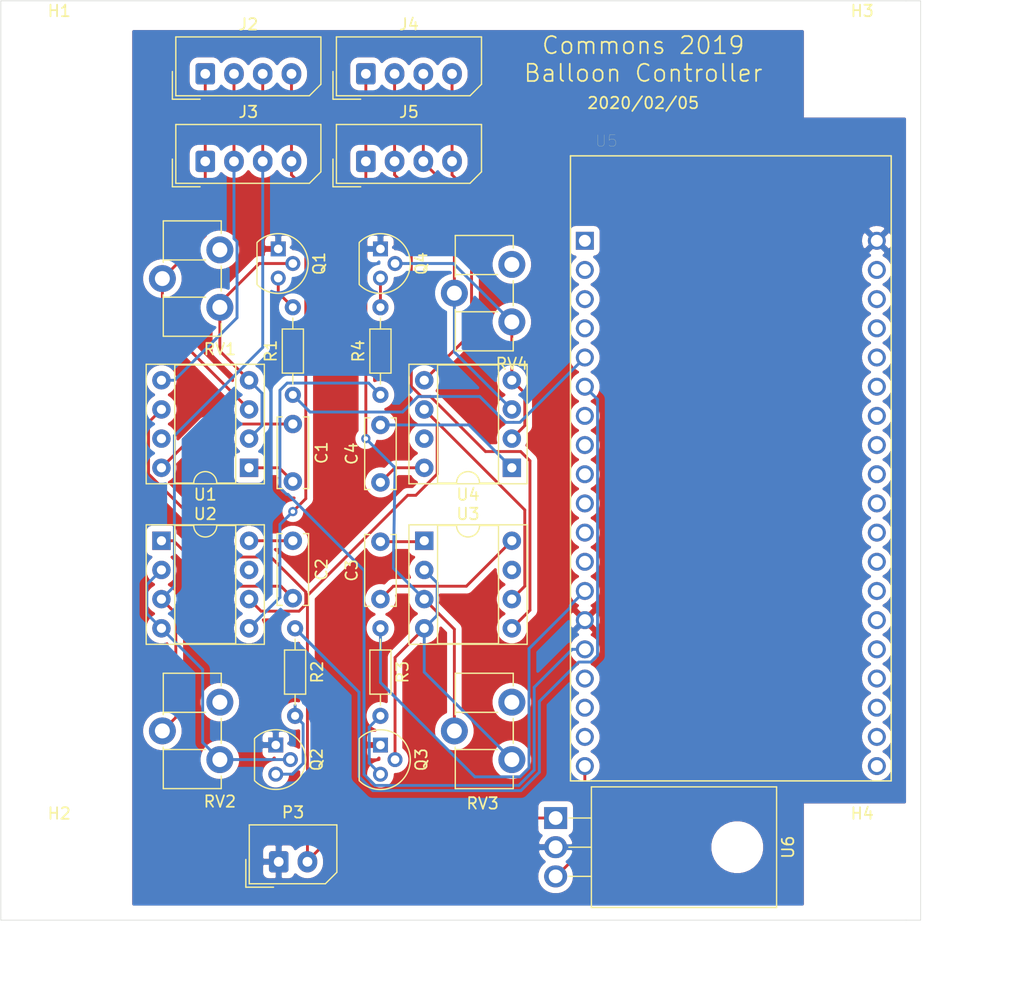
<source format=kicad_pcb>
(kicad_pcb (version 20171130) (host pcbnew "(5.1.5-0-10_14)")
  (layers (0 F.Cu signal) (31 B.Cu signal) (34 B.Paste user) (35 F.Paste user) (36 B.SilkS user) (37 F.SilkS user) (38 B.Mask user) (39 F.Mask user) (44 Edge.Cuts user))
  (net 0 "")
  (net 1 "Net-(C1-Pad2)")
  (net 2 "Net-(C1-Pad1)")
  (net 3 GND)
  (net 4 "Net-(Q1-Pad3)")
  (net 5 "Net-(Q1-Pad2)")
  (net 6 "Net-(P3-Pad2)")
  (net 7 "Net-(C2-Pad2)")
  (net 8 "Net-(C2-Pad1)")
  (net 9 "Net-(C3-Pad2)")
  (net 10 "Net-(C3-Pad1)")
  (net 11 "Net-(C4-Pad2)")
  (net 12 "Net-(C4-Pad1)")
  (net 13 "Net-(Q2-Pad3)")
  (net 14 "Net-(Q2-Pad2)")
  (net 15 "Net-(Q3-Pad3)")
  (net 16 "Net-(Q3-Pad2)")
  (net 17 "Net-(Q4-Pad3)")
  (net 18 "Net-(Q4-Pad2)")
  (net 19 BALOON_2-)
  (net 20 BALOON_2+)
  (net 21 BALOON_1-)
  (net 22 BALOON_1+)
  (net 23 BALOON_4-)
  (net 24 BALOON_4+)
  (net 25 BALOON_3-)
  (net 26 BALOON_3+)
  (net 27 ESP32_COM1)
  (net 28 ESP32_COM2)
  (net 29 ESP32_COM3)
  (net 30 ESP32_COM4)
  (net 31 "Net-(RV1-Pad3)")
  (net 32 "Net-(RV2-Pad3)")
  (net 33 "Net-(RV3-Pad3)")
  (net 34 "Net-(RV4-Pad3)")
  (net 35 "Net-(U1-Pad7)")
  (net 36 "Net-(U2-Pad7)")
  (net 37 "Net-(U3-Pad7)")
  (net 38 "Net-(U4-Pad7)")
  (net 39 "Net-(U5-Pad38)")
  (net 40 "Net-(U5-Pad37)")
  (net 41 "Net-(U5-Pad36)")
  (net 42 "Net-(U5-Pad35)")
  (net 43 "Net-(U5-Pad34)")
  (net 44 "Net-(U5-Pad33)")
  (net 45 "Net-(U5-Pad32)")
  (net 46 "Net-(U5-Pad31)")
  (net 47 "Net-(U5-Pad30)")
  (net 48 "Net-(U5-Pad29)")
  (net 49 "Net-(U5-Pad28)")
  (net 50 "Net-(U5-Pad27)")
  (net 51 "Net-(U5-Pad26)")
  (net 52 "Net-(U5-Pad25)")
  (net 53 "Net-(U5-Pad24)")
  (net 54 "Net-(U5-Pad23)")
  (net 55 "Net-(U5-Pad22)")
  (net 56 "Net-(U5-Pad21)")
  (net 57 "Net-(U5-Pad18)")
  (net 58 "Net-(U5-Pad17)")
  (net 59 "Net-(U5-Pad16)")
  (net 60 "Net-(U5-Pad12)")
  (net 61 "Net-(U5-Pad11)")
  (net 62 "Net-(U5-Pad10)")
  (net 63 "Net-(U5-Pad9)")
  (net 64 "Net-(U5-Pad8)")
  (net 65 "Net-(U5-Pad7)")
  (net 66 "Net-(U5-Pad4)")
  (net 67 "Net-(U5-Pad3)")
  (net 68 "Net-(U5-Pad19)")
  (net 69 "Net-(U5-Pad2)")
  (net 70 "Net-(U5-Pad1)")
  (module Package_TO_SOT_THT:TO-220F-3_Horizontal_TabDown (layer F.Cu) (at 87.63 111.76 270)
    (fp_text reference U6 (at 2.54 -20.22 90) (layer F.SilkS))
    (fp_text value L7805)
    (pad 3 thru_hole oval (at 5.08 0 270) (size 1.905 2) (drill 1.2) (layers *.Cu *.Mask) (net 68 "Net-(U5-Pad19)"))
    (pad 2 thru_hole oval (at 2.54 0 270) (size 1.905 2) (drill 1.2) (layers *.Cu *.Mask) (net 3 GND))
    (pad 1 thru_hole rect (at 0 0 270) (size 1.905 2) (drill 1.2) (layers *.Cu *.Mask) (net 6 "Net-(P3-Pad2)"))
    (pad "" np_thru_hole oval (at 2.54 -15.8 270) (size 3.5 3.5) (drill 3.5) (layers *.Cu *.Mask))
  )
  (module lib:MODULE_ESP32-DEVKITC-32D (layer F.Cu) (at 102.87 81.28)
    (fp_text reference U5 (at -10.829175 -28.446045) (layer F.SilkS) (effects (font (size 1.000386 1.000386) (thickness 0.015))))
    (fp_text value ESP32-DEVKITC-32D)
    (pad 38 thru_hole circle (at 12.7 25.96) (size 1.56 1.56) (drill 1.04) (layers *.Cu *.Mask) (net 39 "Net-(U5-Pad38)"))
    (pad 37 thru_hole circle (at 12.7 23.42) (size 1.56 1.56) (drill 1.04) (layers *.Cu *.Mask) (net 40 "Net-(U5-Pad37)"))
    (pad 36 thru_hole circle (at 12.7 20.88) (size 1.56 1.56) (drill 1.04) (layers *.Cu *.Mask) (net 41 "Net-(U5-Pad36)"))
    (pad 35 thru_hole circle (at 12.7 18.34) (size 1.56 1.56) (drill 1.04) (layers *.Cu *.Mask) (net 42 "Net-(U5-Pad35)"))
    (pad 34 thru_hole circle (at 12.7 15.8) (size 1.56 1.56) (drill 1.04) (layers *.Cu *.Mask) (net 43 "Net-(U5-Pad34)"))
    (pad 33 thru_hole circle (at 12.7 13.26) (size 1.56 1.56) (drill 1.04) (layers *.Cu *.Mask) (net 44 "Net-(U5-Pad33)"))
    (pad 32 thru_hole circle (at 12.7 10.72) (size 1.56 1.56) (drill 1.04) (layers *.Cu *.Mask) (net 45 "Net-(U5-Pad32)"))
    (pad 31 thru_hole circle (at 12.7 8.18) (size 1.56 1.56) (drill 1.04) (layers *.Cu *.Mask) (net 46 "Net-(U5-Pad31)"))
    (pad 30 thru_hole circle (at 12.7 5.64) (size 1.56 1.56) (drill 1.04) (layers *.Cu *.Mask) (net 47 "Net-(U5-Pad30)"))
    (pad 29 thru_hole circle (at 12.7 3.1) (size 1.56 1.56) (drill 1.04) (layers *.Cu *.Mask) (net 48 "Net-(U5-Pad29)"))
    (pad 28 thru_hole circle (at 12.7 0.56) (size 1.56 1.56) (drill 1.04) (layers *.Cu *.Mask) (net 49 "Net-(U5-Pad28)"))
    (pad 27 thru_hole circle (at 12.7 -1.98) (size 1.56 1.56) (drill 1.04) (layers *.Cu *.Mask) (net 50 "Net-(U5-Pad27)"))
    (pad 26 thru_hole circle (at 12.7 -4.52) (size 1.56 1.56) (drill 1.04) (layers *.Cu *.Mask) (net 51 "Net-(U5-Pad26)"))
    (pad 25 thru_hole circle (at 12.7 -7.06) (size 1.56 1.56) (drill 1.04) (layers *.Cu *.Mask) (net 52 "Net-(U5-Pad25)"))
    (pad 24 thru_hole circle (at 12.7 -9.6) (size 1.56 1.56) (drill 1.04) (layers *.Cu *.Mask) (net 53 "Net-(U5-Pad24)"))
    (pad 23 thru_hole circle (at 12.7 -12.14) (size 1.56 1.56) (drill 1.04) (layers *.Cu *.Mask) (net 54 "Net-(U5-Pad23)"))
    (pad 22 thru_hole circle (at 12.7 -14.68) (size 1.56 1.56) (drill 1.04) (layers *.Cu *.Mask) (net 55 "Net-(U5-Pad22)"))
    (pad 21 thru_hole circle (at 12.7 -17.22) (size 1.56 1.56) (drill 1.04) (layers *.Cu *.Mask) (net 56 "Net-(U5-Pad21)"))
    (pad 20 thru_hole circle (at 12.7 -19.76) (size 1.56 1.56) (drill 1.04) (layers *.Cu *.Mask) (net 3 GND))
    (pad 18 thru_hole circle (at -12.7 23.42) (size 1.56 1.56) (drill 1.04) (layers *.Cu *.Mask) (net 57 "Net-(U5-Pad18)"))
    (pad 17 thru_hole circle (at -12.7 20.88) (size 1.56 1.56) (drill 1.04) (layers *.Cu *.Mask) (net 58 "Net-(U5-Pad17)"))
    (pad 16 thru_hole circle (at -12.7 18.34) (size 1.56 1.56) (drill 1.04) (layers *.Cu *.Mask) (net 59 "Net-(U5-Pad16)"))
    (pad 15 thru_hole circle (at -12.7 15.8) (size 1.56 1.56) (drill 1.04) (layers *.Cu *.Mask) (net 30 ESP32_COM4))
    (pad 14 thru_hole circle (at -12.7 13.26) (size 1.56 1.56) (drill 1.04) (layers *.Cu *.Mask) (net 3 GND))
    (pad 13 thru_hole circle (at -12.7 10.72) (size 1.56 1.56) (drill 1.04) (layers *.Cu *.Mask) (net 29 ESP32_COM3))
    (pad 12 thru_hole circle (at -12.7 8.18) (size 1.56 1.56) (drill 1.04) (layers *.Cu *.Mask) (net 60 "Net-(U5-Pad12)"))
    (pad 11 thru_hole circle (at -12.7 5.64) (size 1.56 1.56) (drill 1.04) (layers *.Cu *.Mask) (net 61 "Net-(U5-Pad11)"))
    (pad 10 thru_hole circle (at -12.7 3.1) (size 1.56 1.56) (drill 1.04) (layers *.Cu *.Mask) (net 62 "Net-(U5-Pad10)"))
    (pad 9 thru_hole circle (at -12.7 0.56) (size 1.56 1.56) (drill 1.04) (layers *.Cu *.Mask) (net 63 "Net-(U5-Pad9)"))
    (pad 8 thru_hole circle (at -12.7 -1.98) (size 1.56 1.56) (drill 1.04) (layers *.Cu *.Mask) (net 64 "Net-(U5-Pad8)"))
    (pad 7 thru_hole circle (at -12.7 -4.52) (size 1.56 1.56) (drill 1.04) (layers *.Cu *.Mask) (net 65 "Net-(U5-Pad7)"))
    (pad 6 thru_hole circle (at -12.7 -7.06) (size 1.56 1.56) (drill 1.04) (layers *.Cu *.Mask) (net 28 ESP32_COM2))
    (pad 5 thru_hole circle (at -12.7 -9.6) (size 1.56 1.56) (drill 1.04) (layers *.Cu *.Mask) (net 27 ESP32_COM1))
    (pad 4 thru_hole circle (at -12.7 -12.14) (size 1.56 1.56) (drill 1.04) (layers *.Cu *.Mask) (net 66 "Net-(U5-Pad4)"))
    (pad 3 thru_hole circle (at -12.7 -14.68) (size 1.56 1.56) (drill 1.04) (layers *.Cu *.Mask) (net 67 "Net-(U5-Pad3)"))
    (pad 19 thru_hole circle (at -12.7 25.96) (size 1.56 1.56) (drill 1.04) (layers *.Cu *.Mask) (net 68 "Net-(U5-Pad19)"))
    (pad 2 thru_hole circle (at -12.7 -17.22) (size 1.56 1.56) (drill 1.04) (layers *.Cu *.Mask) (net 69 "Net-(U5-Pad2)"))
    (pad 1 thru_hole rect (at -12.7 -19.76) (size 1.56 1.56) (drill 1.04) (layers *.Cu *.Mask) (net 70 "Net-(U5-Pad1)"))
  )
  (module Resistor_THT:R_Axial_DIN0204_L3.6mm_D1.6mm_P7.62mm_Horizontal (layer F.Cu) (at 72.39 74.93 90)
    (fp_text reference R4 (at 3.81 -1.92 90) (layer F.SilkS))
    (fp_text value 600)
    (pad 2 thru_hole oval (at 7.62 0 90) (size 1.4 1.4) (drill 0.7) (layers *.Cu *.Mask) (net 17 "Net-(Q4-Pad3)"))
    (pad 1 thru_hole circle (at 0 0 90) (size 1.4 1.4) (drill 0.7) (layers *.Cu *.Mask) (net 30 ESP32_COM4))
  )
  (module MountingHole:MountingHole_3.2mm_M3 (layer F.Cu) (at 114.3 45.72)
    (fp_text reference H3 (at 0 -4.2) (layer F.SilkS))
    (fp_text value MountingHole)
    (pad 1 np_thru_hole circle (at 0 0) (size 3.2 3.2) (drill 3.2) (layers *.Cu *.Mask))
  )
  (module MountingHole:MountingHole_3.2mm_M3 (layer F.Cu) (at 44.45 45.72)
    (fp_text reference H1 (at 0 -4.2) (layer F.SilkS))
    (fp_text value MountingHole)
    (pad 1 np_thru_hole circle (at 0 0) (size 3.2 3.2) (drill 3.2) (layers *.Cu *.Mask))
  )
  (module MountingHole:MountingHole_3.2mm_M3 (layer F.Cu) (at 44.45 115.57)
    (fp_text reference H2 (at 0 -4.2) (layer F.SilkS))
    (fp_text value MountingHole)
    (pad 1 np_thru_hole circle (at 0 0) (size 3.2 3.2) (drill 3.2) (layers *.Cu *.Mask))
  )
  (module MountingHole:MountingHole_3.2mm_M3 (layer F.Cu) (at 114.3 115.57)
    (fp_text reference H4 (at 0 -4.2) (layer F.SilkS))
    (fp_text value MountingHole)
    (pad 1 np_thru_hole circle (at 0 0) (size 3.2 3.2) (drill 3.2) (layers *.Cu *.Mask))
  )
  (module Connector_Molex:Molex_SPOX_5267-04A_1x04_P2.50mm_Vertical (layer F.Cu) (at 71.12 46.99)
    (fp_text reference J4 (at 3.75 -4.3) (layer F.SilkS))
    (fp_text value Conn_01x04)
    (pad 4 thru_hole oval (at 7.5 0) (size 1.7 1.85) (drill 0.85) (layers *.Cu *.Mask) (net 23 BALOON_4-))
    (pad 3 thru_hole oval (at 5 0) (size 1.7 1.85) (drill 0.85) (layers *.Cu *.Mask) (net 24 BALOON_4+))
    (pad 2 thru_hole oval (at 2.5 0) (size 1.7 1.85) (drill 0.85) (layers *.Cu *.Mask) (net 25 BALOON_3-))
    (pad 1 thru_hole roundrect (at 0 0) (size 1.7 1.85) (drill 0.85) (layers *.Cu *.Mask) (roundrect_rratio 0.147059) (net 26 BALOON_3+))
  )
  (module Connector_Molex:Molex_SPOX_5267-04A_1x04_P2.50mm_Vertical (layer F.Cu) (at 71.12 54.61)
    (fp_text reference J5 (at 3.75 -4.3) (layer F.SilkS))
    (fp_text value Conn_01x04)
    (pad 4 thru_hole oval (at 7.5 0) (size 1.7 1.85) (drill 0.85) (layers *.Cu *.Mask) (net 23 BALOON_4-))
    (pad 3 thru_hole oval (at 5 0) (size 1.7 1.85) (drill 0.85) (layers *.Cu *.Mask) (net 24 BALOON_4+))
    (pad 2 thru_hole oval (at 2.5 0) (size 1.7 1.85) (drill 0.85) (layers *.Cu *.Mask) (net 25 BALOON_3-))
    (pad 1 thru_hole roundrect (at 0 0) (size 1.7 1.85) (drill 0.85) (layers *.Cu *.Mask) (roundrect_rratio 0.147059) (net 26 BALOON_3+))
  )
  (module Connector_Molex:Molex_SPOX_5267-04A_1x04_P2.50mm_Vertical (layer F.Cu) (at 57.15 46.99)
    (fp_text reference J2 (at 3.75 -4.3) (layer F.SilkS))
    (fp_text value Conn_01x04)
    (pad 4 thru_hole oval (at 7.5 0) (size 1.7 1.85) (drill 0.85) (layers *.Cu *.Mask) (net 19 BALOON_2-))
    (pad 3 thru_hole oval (at 5 0) (size 1.7 1.85) (drill 0.85) (layers *.Cu *.Mask) (net 20 BALOON_2+))
    (pad 2 thru_hole oval (at 2.5 0) (size 1.7 1.85) (drill 0.85) (layers *.Cu *.Mask) (net 21 BALOON_1-))
    (pad 1 thru_hole roundrect (at 0 0) (size 1.7 1.85) (drill 0.85) (layers *.Cu *.Mask) (roundrect_rratio 0.147059) (net 22 BALOON_1+))
  )
  (module Connector_Molex:Molex_SPOX_5267-04A_1x04_P2.50mm_Vertical (layer F.Cu) (at 57.15 54.61)
    (fp_text reference J3 (at 3.75 -4.3) (layer F.SilkS))
    (fp_text value Conn_01x04)
    (pad 4 thru_hole oval (at 7.5 0) (size 1.7 1.85) (drill 0.85) (layers *.Cu *.Mask) (net 19 BALOON_2-))
    (pad 3 thru_hole oval (at 5 0) (size 1.7 1.85) (drill 0.85) (layers *.Cu *.Mask) (net 20 BALOON_2+))
    (pad 2 thru_hole oval (at 2.5 0) (size 1.7 1.85) (drill 0.85) (layers *.Cu *.Mask) (net 21 BALOON_1-))
    (pad 1 thru_hole roundrect (at 0 0) (size 1.7 1.85) (drill 0.85) (layers *.Cu *.Mask) (roundrect_rratio 0.147059) (net 22 BALOON_1+))
  )
  (module Potentiometer_THT:Potentiometer_ACP_CA9-H5_Horizontal (layer F.Cu) (at 58.42 67.31 180)
    (fp_text reference RV1 (at 0 -3.65) (layer F.SilkS))
    (fp_text value 100)
    (pad 1 thru_hole circle (at 0 0 180) (size 2.34 2.34) (drill 1.3) (layers *.Cu *.Mask) (net 5 "Net-(Q1-Pad2)"))
    (pad 2 thru_hole circle (at 5 2.5 180) (size 2.34 2.34) (drill 1.3) (layers *.Cu *.Mask) (net 22 BALOON_1+))
    (pad 3 thru_hole circle (at 0 5 180) (size 2.34 2.34) (drill 1.3) (layers *.Cu *.Mask) (net 31 "Net-(RV1-Pad3)"))
  )
  (module Package_TO_SOT_THT:TO-92 (layer F.Cu) (at 72.39 62.23 270)
    (fp_text reference Q4 (at 1.27 -3.56 90) (layer F.SilkS))
    (fp_text value 2SC1815)
    (pad 1 thru_hole rect (at 0 0) (size 1.3 1.3) (drill 0.75) (layers *.Cu *.Mask) (net 3 GND))
    (pad 3 thru_hole circle (at 2.54 0) (size 1.3 1.3) (drill 0.75) (layers *.Cu *.Mask) (net 17 "Net-(Q4-Pad3)"))
    (pad 2 thru_hole circle (at 1.27 -1.27) (size 1.3 1.3) (drill 0.75) (layers *.Cu *.Mask) (net 18 "Net-(Q4-Pad2)"))
  )
  (module Capacitor_THT:C_Disc_D6.0mm_W2.5mm_P5.00mm (layer F.Cu) (at 72.39 82.55 90)
    (fp_text reference C4 (at 2.5 -2.5 90) (layer F.SilkS))
    (fp_text value 0.1u)
    (pad 2 thru_hole circle (at 5 0 90) (size 1.6 1.6) (drill 0.8) (layers *.Cu *.Mask) (net 11 "Net-(C4-Pad2)"))
    (pad 1 thru_hole circle (at 0 0 90) (size 1.6 1.6) (drill 0.8) (layers *.Cu *.Mask) (net 12 "Net-(C4-Pad1)"))
  )
  (module Capacitor_THT:C_Disc_D6.0mm_W2.5mm_P5.00mm (layer F.Cu) (at 64.77 87.63 270)
    (fp_text reference C2 (at 2.5 -2.5 90) (layer F.SilkS))
    (fp_text value 0.1u)
    (pad 2 thru_hole circle (at 5 0 270) (size 1.6 1.6) (drill 0.8) (layers *.Cu *.Mask) (net 7 "Net-(C2-Pad2)"))
    (pad 1 thru_hole circle (at 0 0 270) (size 1.6 1.6) (drill 0.8) (layers *.Cu *.Mask) (net 8 "Net-(C2-Pad1)"))
  )
  (module Package_DIP:DIP-8_W7.62mm_Socket (layer F.Cu) (at 76.2 87.63)
    (fp_text reference U3 (at 3.81 -2.33) (layer F.SilkS))
    (fp_text value LM386)
    (pad 8 thru_hole oval (at 7.62 0) (size 1.6 1.6) (drill 0.8) (layers *.Cu *.Mask) (net 10 "Net-(C3-Pad1)"))
    (pad 4 thru_hole oval (at 0 7.62) (size 1.6 1.6) (drill 0.8) (layers *.Cu *.Mask) (net 16 "Net-(Q3-Pad2)"))
    (pad 7 thru_hole oval (at 7.62 2.54) (size 1.6 1.6) (drill 0.8) (layers *.Cu *.Mask) (net 37 "Net-(U3-Pad7)"))
    (pad 3 thru_hole oval (at 0 5.08) (size 1.6 1.6) (drill 0.8) (layers *.Cu *.Mask) (net 26 BALOON_3+))
    (pad 6 thru_hole oval (at 7.62 5.08) (size 1.6 1.6) (drill 0.8) (layers *.Cu *.Mask) (net 6 "Net-(P3-Pad2)"))
    (pad 2 thru_hole oval (at 0 2.54) (size 1.6 1.6) (drill 0.8) (layers *.Cu *.Mask) (net 16 "Net-(Q3-Pad2)"))
    (pad 5 thru_hole oval (at 7.62 7.62) (size 1.6 1.6) (drill 0.8) (layers *.Cu *.Mask) (net 25 BALOON_3-))
    (pad 1 thru_hole rect (at 0 0) (size 1.6 1.6) (drill 0.8) (layers *.Cu *.Mask) (net 9 "Net-(C3-Pad2)"))
  )
  (module Potentiometer_THT:Potentiometer_ACP_CA9-H5_Horizontal (layer F.Cu) (at 83.82 106.68 180)
    (fp_text reference RV3 (at 2.54 -3.81) (layer F.SilkS))
    (fp_text value 100)
    (pad 1 thru_hole circle (at 0 0 180) (size 2.34 2.34) (drill 1.3) (layers *.Cu *.Mask) (net 16 "Net-(Q3-Pad2)"))
    (pad 2 thru_hole circle (at 5 2.5 180) (size 2.34 2.34) (drill 1.3) (layers *.Cu *.Mask) (net 26 BALOON_3+))
    (pad 3 thru_hole circle (at 0 5 180) (size 2.34 2.34) (drill 1.3) (layers *.Cu *.Mask) (net 33 "Net-(RV3-Pad3)"))
  )
  (module Resistor_THT:R_Axial_DIN0204_L3.6mm_D1.6mm_P7.62mm_Horizontal (layer F.Cu) (at 72.39 95.25 270)
    (fp_text reference R3 (at 3.81 -1.92 90) (layer F.SilkS))
    (fp_text value 600)
    (pad 2 thru_hole oval (at 7.62 0 270) (size 1.4 1.4) (drill 0.7) (layers *.Cu *.Mask) (net 15 "Net-(Q3-Pad3)"))
    (pad 1 thru_hole circle (at 0 0 270) (size 1.4 1.4) (drill 0.7) (layers *.Cu *.Mask) (net 29 ESP32_COM3))
  )
  (module Package_TO_SOT_THT:TO-92 (layer F.Cu) (at 72.39 105.41 270)
    (fp_text reference Q3 (at 1.27 -3.56 90) (layer F.SilkS))
    (fp_text value 2SC1815)
    (pad 1 thru_hole rect (at 0 0) (size 1.3 1.3) (drill 0.75) (layers *.Cu *.Mask) (net 3 GND))
    (pad 3 thru_hole circle (at 2.54 0) (size 1.3 1.3) (drill 0.75) (layers *.Cu *.Mask) (net 15 "Net-(Q3-Pad3)"))
    (pad 2 thru_hole circle (at 1.27 -1.27) (size 1.3 1.3) (drill 0.75) (layers *.Cu *.Mask) (net 16 "Net-(Q3-Pad2)"))
  )
  (module Capacitor_THT:C_Disc_D6.0mm_W2.5mm_P5.00mm (layer F.Cu) (at 72.39 92.71 90)
    (fp_text reference C3 (at 2.5 -2.5 90) (layer F.SilkS))
    (fp_text value 0.1u)
    (pad 2 thru_hole circle (at 5 0 90) (size 1.6 1.6) (drill 0.8) (layers *.Cu *.Mask) (net 9 "Net-(C3-Pad2)"))
    (pad 1 thru_hole circle (at 0 0 90) (size 1.6 1.6) (drill 0.8) (layers *.Cu *.Mask) (net 10 "Net-(C3-Pad1)"))
  )
  (module Connector_Molex:Molex_SPOX_5267-02A_1x02_P2.50mm_Vertical (layer F.Cu) (at 63.54 115.57)
    (fp_text reference P3 (at 1.25 -4.3) (layer F.SilkS))
    (fp_text value CONN_01X02)
    (pad 2 thru_hole oval (at 2.5 0) (size 1.7 1.85) (drill 0.85) (layers *.Cu *.Mask) (net 6 "Net-(P3-Pad2)"))
    (pad 1 thru_hole roundrect (at 0 0) (size 1.7 1.85) (drill 0.85) (layers *.Cu *.Mask) (roundrect_rratio 0.147059) (net 3 GND))
  )
  (module Package_DIP:DIP-8_W7.62mm_Socket (layer F.Cu) (at 60.96 81.28 180)
    (fp_text reference U1 (at 3.81 -2.33) (layer F.SilkS))
    (fp_text value LM386)
    (pad 8 thru_hole oval (at 7.62 0 180) (size 1.6 1.6) (drill 0.8) (layers *.Cu *.Mask) (net 2 "Net-(C1-Pad1)"))
    (pad 4 thru_hole oval (at 0 7.62 180) (size 1.6 1.6) (drill 0.8) (layers *.Cu *.Mask) (net 5 "Net-(Q1-Pad2)"))
    (pad 7 thru_hole oval (at 7.62 2.54 180) (size 1.6 1.6) (drill 0.8) (layers *.Cu *.Mask) (net 35 "Net-(U1-Pad7)"))
    (pad 3 thru_hole oval (at 0 5.08 180) (size 1.6 1.6) (drill 0.8) (layers *.Cu *.Mask) (net 22 BALOON_1+))
    (pad 6 thru_hole oval (at 7.62 5.08 180) (size 1.6 1.6) (drill 0.8) (layers *.Cu *.Mask) (net 6 "Net-(P3-Pad2)"))
    (pad 2 thru_hole oval (at 0 2.54 180) (size 1.6 1.6) (drill 0.8) (layers *.Cu *.Mask) (net 5 "Net-(Q1-Pad2)"))
    (pad 5 thru_hole oval (at 7.62 7.62 180) (size 1.6 1.6) (drill 0.8) (layers *.Cu *.Mask) (net 21 BALOON_1-))
    (pad 1 thru_hole rect (at 0 0 180) (size 1.6 1.6) (drill 0.8) (layers *.Cu *.Mask) (net 1 "Net-(C1-Pad2)"))
  )
  (module Resistor_THT:R_Axial_DIN0204_L3.6mm_D1.6mm_P7.62mm_Horizontal (layer F.Cu) (at 64.77 74.93 90)
    (fp_text reference R1 (at 3.81 -1.92 90) (layer F.SilkS))
    (fp_text value 600)
    (pad 2 thru_hole oval (at 7.62 0 90) (size 1.4 1.4) (drill 0.7) (layers *.Cu *.Mask) (net 4 "Net-(Q1-Pad3)"))
    (pad 1 thru_hole circle (at 0 0 90) (size 1.4 1.4) (drill 0.7) (layers *.Cu *.Mask) (net 27 ESP32_COM1))
  )
  (module Capacitor_THT:C_Disc_D6.0mm_W2.5mm_P5.00mm (layer F.Cu) (at 64.77 77.47 270)
    (fp_text reference C1 (at 2.5 -2.5 90) (layer F.SilkS))
    (fp_text value 0.1u)
    (pad 2 thru_hole circle (at 5 0 270) (size 1.6 1.6) (drill 0.8) (layers *.Cu *.Mask) (net 1 "Net-(C1-Pad2)"))
    (pad 1 thru_hole circle (at 0 0 270) (size 1.6 1.6) (drill 0.8) (layers *.Cu *.Mask) (net 2 "Net-(C1-Pad1)"))
  )
  (module Package_TO_SOT_THT:TO-92 (layer F.Cu) (at 63.5 62.23 270)
    (fp_text reference Q1 (at 1.27 -3.56 90) (layer F.SilkS))
    (fp_text value 2SC1815)
    (pad 1 thru_hole rect (at 0 0) (size 1.3 1.3) (drill 0.75) (layers *.Cu *.Mask) (net 3 GND))
    (pad 3 thru_hole circle (at 2.54 0) (size 1.3 1.3) (drill 0.75) (layers *.Cu *.Mask) (net 4 "Net-(Q1-Pad3)"))
    (pad 2 thru_hole circle (at 1.27 -1.27) (size 1.3 1.3) (drill 0.75) (layers *.Cu *.Mask) (net 5 "Net-(Q1-Pad2)"))
  )
  (module Package_DIP:DIP-8_W7.62mm_Socket (layer F.Cu) (at 83.82 81.28 180)
    (fp_text reference U4 (at 3.81 -2.33) (layer F.SilkS))
    (fp_text value LM386)
    (pad 8 thru_hole oval (at 7.62 0 180) (size 1.6 1.6) (drill 0.8) (layers *.Cu *.Mask) (net 12 "Net-(C4-Pad1)"))
    (pad 4 thru_hole oval (at 0 7.62 180) (size 1.6 1.6) (drill 0.8) (layers *.Cu *.Mask) (net 18 "Net-(Q4-Pad2)"))
    (pad 7 thru_hole oval (at 7.62 2.54 180) (size 1.6 1.6) (drill 0.8) (layers *.Cu *.Mask) (net 38 "Net-(U4-Pad7)"))
    (pad 3 thru_hole oval (at 0 5.08 180) (size 1.6 1.6) (drill 0.8) (layers *.Cu *.Mask) (net 24 BALOON_4+))
    (pad 6 thru_hole oval (at 7.62 5.08 180) (size 1.6 1.6) (drill 0.8) (layers *.Cu *.Mask) (net 6 "Net-(P3-Pad2)"))
    (pad 2 thru_hole oval (at 0 2.54 180) (size 1.6 1.6) (drill 0.8) (layers *.Cu *.Mask) (net 18 "Net-(Q4-Pad2)"))
    (pad 5 thru_hole oval (at 7.62 7.62 180) (size 1.6 1.6) (drill 0.8) (layers *.Cu *.Mask) (net 23 BALOON_4-))
    (pad 1 thru_hole rect (at 0 0 180) (size 1.6 1.6) (drill 0.8) (layers *.Cu *.Mask) (net 11 "Net-(C4-Pad2)"))
  )
  (module Package_DIP:DIP-8_W7.62mm_Socket (layer F.Cu) (at 53.34 87.63)
    (fp_text reference U2 (at 3.81 -2.33) (layer F.SilkS))
    (fp_text value LM386)
    (pad 8 thru_hole oval (at 7.62 0) (size 1.6 1.6) (drill 0.8) (layers *.Cu *.Mask) (net 8 "Net-(C2-Pad1)"))
    (pad 4 thru_hole oval (at 0 7.62) (size 1.6 1.6) (drill 0.8) (layers *.Cu *.Mask) (net 14 "Net-(Q2-Pad2)"))
    (pad 7 thru_hole oval (at 7.62 2.54) (size 1.6 1.6) (drill 0.8) (layers *.Cu *.Mask) (net 36 "Net-(U2-Pad7)"))
    (pad 3 thru_hole oval (at 0 5.08) (size 1.6 1.6) (drill 0.8) (layers *.Cu *.Mask) (net 20 BALOON_2+))
    (pad 6 thru_hole oval (at 7.62 5.08) (size 1.6 1.6) (drill 0.8) (layers *.Cu *.Mask) (net 6 "Net-(P3-Pad2)"))
    (pad 2 thru_hole oval (at 0 2.54) (size 1.6 1.6) (drill 0.8) (layers *.Cu *.Mask) (net 14 "Net-(Q2-Pad2)"))
    (pad 5 thru_hole oval (at 7.62 7.62) (size 1.6 1.6) (drill 0.8) (layers *.Cu *.Mask) (net 19 BALOON_2-))
    (pad 1 thru_hole rect (at 0 0) (size 1.6 1.6) (drill 0.8) (layers *.Cu *.Mask) (net 7 "Net-(C2-Pad2)"))
  )
  (module Potentiometer_THT:Potentiometer_ACP_CA9-H5_Horizontal (layer F.Cu) (at 83.82 68.58 180)
    (fp_text reference RV4 (at 0 -3.65) (layer F.SilkS))
    (fp_text value 100)
    (pad 1 thru_hole circle (at 0 0 180) (size 2.34 2.34) (drill 1.3) (layers *.Cu *.Mask) (net 18 "Net-(Q4-Pad2)"))
    (pad 2 thru_hole circle (at 5 2.5 180) (size 2.34 2.34) (drill 1.3) (layers *.Cu *.Mask) (net 24 BALOON_4+))
    (pad 3 thru_hole circle (at 0 5 180) (size 2.34 2.34) (drill 1.3) (layers *.Cu *.Mask) (net 34 "Net-(RV4-Pad3)"))
  )
  (module Potentiometer_THT:Potentiometer_ACP_CA9-H5_Horizontal (layer F.Cu) (at 58.42 106.68 180)
    (fp_text reference RV2 (at 0 -3.65) (layer F.SilkS))
    (fp_text value 100)
    (pad 1 thru_hole circle (at 0 0 180) (size 2.34 2.34) (drill 1.3) (layers *.Cu *.Mask) (net 14 "Net-(Q2-Pad2)"))
    (pad 2 thru_hole circle (at 5 2.5 180) (size 2.34 2.34) (drill 1.3) (layers *.Cu *.Mask) (net 20 BALOON_2+))
    (pad 3 thru_hole circle (at 0 5 180) (size 2.34 2.34) (drill 1.3) (layers *.Cu *.Mask) (net 32 "Net-(RV2-Pad3)"))
  )
  (module Resistor_THT:R_Axial_DIN0204_L3.6mm_D1.6mm_P7.62mm_Horizontal (layer F.Cu) (at 64.964999 95.25 270)
    (fp_text reference R2 (at 3.81 -1.92 90) (layer F.SilkS))
    (fp_text value 600)
    (pad 2 thru_hole oval (at 7.62 0 270) (size 1.4 1.4) (drill 0.7) (layers *.Cu *.Mask) (net 13 "Net-(Q2-Pad3)"))
    (pad 1 thru_hole circle (at 0 0 270) (size 1.4 1.4) (drill 0.7) (layers *.Cu *.Mask) (net 28 ESP32_COM2))
  )
  (module Package_TO_SOT_THT:TO-92 (layer F.Cu) (at 63.284999 105.405001 270)
    (fp_text reference Q2 (at 1.27 -3.56 90) (layer F.SilkS))
    (fp_text value 2SC1815)
    (pad 1 thru_hole rect (at 0 0) (size 1.3 1.3) (drill 0.75) (layers *.Cu *.Mask) (net 3 GND))
    (pad 3 thru_hole circle (at 2.54 0) (size 1.3 1.3) (drill 0.75) (layers *.Cu *.Mask) (net 13 "Net-(Q2-Pad3)"))
    (pad 2 thru_hole circle (at 1.27 -1.27) (size 1.3 1.3) (drill 0.75) (layers *.Cu *.Mask) (net 14 "Net-(Q2-Pad2)"))
  )
  (gr_line (start 119.38 120.65) (end 118.11 120.65) (layer Edge.Cuts) (width 0.05))
  (gr_line (start 119.38 40.64) (end 119.38 120.65) (layer Edge.Cuts) (width 0.05))
  (gr_line (start 118.11 40.64) (end 119.38 40.64) (layer Edge.Cuts) (width 0.05))
  (gr_text 2020/02/05 (at 95.25 49.53) (layer F.SilkS) (effects (font (size 1 1))))
  (gr_text "Commons 2019\nBalloon Controller" (at 95.25 45.72) (layer F.SilkS) (effects (font (size 1.5 1.5))))
  (gr_line (start 118.11 40.64) (end 39.37 40.64) (layer Edge.Cuts) (width 0.05))
  (gr_line (start 39.37 120.65) (end 118.11 120.65) (layer Edge.Cuts) (width 0.05))
  (gr_line (start 39.37 40.64) (end 39.37 120.65) (layer Edge.Cuts) (width 0.05))
  (segment (start 60.96 81.28) (end 63.58 81.28) (width 0.25) (layer F.Cu) (net 1))
  (segment (start 63.58 81.28) (end 64.77 82.47) (width 0.25) (layer F.Cu) (net 1))
  (segment (start 61.04 81.28) (end 60.96 81.28) (width 0.25) (layer F.Cu) (net 1))
  (segment (start 64.77 77.47) (end 57.15 77.47) (width 0.25) (layer F.Cu) (net 2))
  (segment (start 57.15 77.47) (end 53.34 81.28) (width 0.25) (layer F.Cu) (net 2))
  (segment (start 72.385001 105.405001) (end 72.39 105.41) (width 0.25) (layer F.Cu) (net 3))
  (segment (start 63.5 64.77) (end 63.5 66.04) (width 0.25) (layer F.Cu) (net 4))
  (segment (start 63.5 66.04) (end 64.77 67.31) (width 0.25) (layer F.Cu) (net 4))
  (segment (start 60.96 78.74) (end 62.085001 77.614999) (width 0.25) (layer B.Cu) (net 5))
  (segment (start 62.085001 77.614999) (end 62.085001 74.785001) (width 0.25) (layer B.Cu) (net 5))
  (segment (start 62.085001 74.785001) (end 61.759999 74.459999) (width 0.25) (layer B.Cu) (net 5))
  (segment (start 61.759999 74.459999) (end 60.96 73.66) (width 0.25) (layer B.Cu) (net 5))
  (segment (start 58.42 68.58) (end 58.42 71.12) (width 0.25) (layer F.Cu) (net 5))
  (segment (start 58.42 71.12) (end 60.96 73.66) (width 0.25) (layer F.Cu) (net 5))
  (segment (start 64.77 63.5) (end 61.845371 63.5) (width 0.25) (layer F.Cu) (net 5))
  (segment (start 61.845371 63.5) (end 58.42 66.925371) (width 0.25) (layer F.Cu) (net 5))
  (segment (start 58.42 66.925371) (end 58.42 68.58) (width 0.25) (layer F.Cu) (net 5))
  (segment (start 84.945001 91.584999) (end 84.945001 84.945001) (width 0.25) (layer F.Cu) (net 6))
  (segment (start 76.999999 76.999999) (end 76.2 76.2) (width 0.25) (layer F.Cu) (net 6))
  (segment (start 83.82 92.71) (end 84.945001 91.584999) (width 0.25) (layer F.Cu) (net 6))
  (segment (start 84.945001 84.945001) (end 76.999999 76.999999) (width 0.25) (layer F.Cu) (net 6))
  (segment (start 61.759999 93.509999) (end 60.96 92.71) (width 0.25) (layer F.Cu) (net 6))
  (segment (start 65.895001 93.170001) (end 65.310001 93.755001) (width 0.25) (layer F.Cu) (net 6))
  (segment (start 65.895001 92.089999) (end 65.895001 93.170001) (width 0.25) (layer F.Cu) (net 6))
  (segment (start 62.005001 93.755001) (end 61.759999 93.509999) (width 0.25) (layer F.Cu) (net 6))
  (segment (start 62.850001 89.044999) (end 65.895001 92.089999) (width 0.25) (layer F.Cu) (net 6))
  (segment (start 52.214999 81.820001) (end 59.439997 89.044999) (width 0.25) (layer F.Cu) (net 6))
  (segment (start 65.310001 93.755001) (end 62.005001 93.755001) (width 0.25) (layer F.Cu) (net 6))
  (segment (start 52.214999 77.325001) (end 52.214999 81.820001) (width 0.25) (layer F.Cu) (net 6))
  (segment (start 59.439997 89.044999) (end 62.850001 89.044999) (width 0.25) (layer F.Cu) (net 6))
  (segment (start 53.34 76.2) (end 52.214999 77.325001) (width 0.25) (layer F.Cu) (net 6))
  (segment (start 74.759997 83.675001) (end 66.04 92.394998) (width 0.25) (layer F.Cu) (net 6))
  (segment (start 75.470001 83.675001) (end 74.759997 83.675001) (width 0.25) (layer F.Cu) (net 6))
  (segment (start 77.325001 81.820001) (end 75.470001 83.675001) (width 0.25) (layer F.Cu) (net 6))
  (segment (start 76.2 76.2) (end 77.325001 77.325001) (width 0.25) (layer F.Cu) (net 6))
  (segment (start 77.325001 77.325001) (end 77.325001 81.820001) (width 0.25) (layer F.Cu) (net 6))
  (segment (start 66.04 115.57) (end 66.04 92.394998) (width 0.25) (layer F.Cu) (net 6))
  (segment (start 65.895001 92.249999) (end 66.04 92.394998) (width 0.25) (layer F.Cu) (net 6))
  (segment (start 65.895001 92.089999) (end 65.895001 92.249999) (width 0.25) (layer F.Cu) (net 6))
  (segment (start 66.04 115.495) (end 66.04 115.57) (width 0.25) (layer F.Cu) (net 6))
  (segment (start 69.775 111.76) (end 66.04 115.495) (width 0.25) (layer F.Cu) (net 6))
  (segment (start 87.63 111.76) (end 69.775 111.76) (width 0.25) (layer F.Cu) (net 6))
  (segment (start 64.77 92.63) (end 63.724999 91.584999) (width 0.25) (layer F.Cu) (net 7))
  (segment (start 63.724999 91.584999) (end 58.344999 91.584999) (width 0.25) (layer F.Cu) (net 7))
  (segment (start 58.344999 91.584999) (end 54.39 87.63) (width 0.25) (layer F.Cu) (net 7))
  (segment (start 54.39 87.63) (end 53.34 87.63) (width 0.25) (layer F.Cu) (net 7))
  (segment (start 60.96 87.63) (end 64.77 87.63) (width 0.25) (layer F.Cu) (net 8))
  (segment (start 72.39 87.71) (end 76.12 87.71) (width 0.25) (layer F.Cu) (net 9))
  (segment (start 76.12 87.71) (end 76.2 87.63) (width 0.25) (layer F.Cu) (net 9))
  (segment (start 83.82 87.63) (end 79.865001 91.584999) (width 0.25) (layer F.Cu) (net 10))
  (segment (start 79.865001 91.584999) (end 73.515001 91.584999) (width 0.25) (layer F.Cu) (net 10))
  (segment (start 73.515001 91.584999) (end 73.189999 91.910001) (width 0.25) (layer F.Cu) (net 10))
  (segment (start 73.189999 91.910001) (end 72.39 92.71) (width 0.25) (layer F.Cu) (net 10))
  (segment (start 80.09 77.55) (end 83.82 81.28) (width 0.25) (layer B.Cu) (net 11))
  (segment (start 72.39 77.55) (end 80.09 77.55) (width 0.25) (layer B.Cu) (net 11))
  (segment (start 73.66 81.28) (end 72.39 82.55) (width 0.25) (layer F.Cu) (net 12))
  (segment (start 76.2 81.28) (end 73.66 81.28) (width 0.25) (layer F.Cu) (net 12))
  (segment (start 64.964999 102.87) (end 65.664998 103.569999) (width 0.25) (layer B.Cu) (net 13))
  (segment (start 65.664998 107.008004) (end 64.728001 107.945001) (width 0.25) (layer B.Cu) (net 13))
  (segment (start 64.204237 107.945001) (end 63.284999 107.945001) (width 0.25) (layer B.Cu) (net 13))
  (segment (start 65.664998 103.569999) (end 65.664998 107.008004) (width 0.25) (layer B.Cu) (net 13))
  (segment (start 64.728001 107.945001) (end 64.204237 107.945001) (width 0.25) (layer B.Cu) (net 13))
  (segment (start 64.964999 101.945001) (end 64.964999 102.93495) (width 0.25) (layer B.Cu) (net 13))
  (segment (start 65.53 107.143002) (end 64.728001 107.945001) (width 0.25) (layer B.Cu) (net 13))
  (segment (start 64.554999 106.675001) (end 58.495001 106.675001) (width 0.25) (layer B.Cu) (net 14))
  (segment (start 58.495001 106.675001) (end 58.42 106.6) (width 0.25) (layer B.Cu) (net 14))
  (segment (start 52.540001 94.450001) (end 53.34 95.25) (width 0.25) (layer B.Cu) (net 14))
  (segment (start 52.07 93.98) (end 52.540001 94.450001) (width 0.25) (layer B.Cu) (net 14))
  (segment (start 52.07 91.44) (end 52.07 93.98) (width 0.25) (layer B.Cu) (net 14))
  (segment (start 53.34 90.17) (end 52.07 91.44) (width 0.25) (layer B.Cu) (net 14))
  (segment (start 57.250001 105.510001) (end 58.42 106.68) (width 0.25) (layer B.Cu) (net 14))
  (segment (start 56.924999 105.184999) (end 57.250001 105.510001) (width 0.25) (layer B.Cu) (net 14))
  (segment (start 56.924999 98.834999) (end 56.924999 105.184999) (width 0.25) (layer B.Cu) (net 14))
  (segment (start 53.34 95.25) (end 56.924999 98.834999) (width 0.25) (layer B.Cu) (net 14))
  (segment (start 71.414999 103.845001) (end 71.690001 103.569999) (width 0.25) (layer B.Cu) (net 15))
  (segment (start 71.690001 103.569999) (end 72.39 102.87) (width 0.25) (layer B.Cu) (net 15))
  (segment (start 71.414999 106.974999) (end 71.414999 103.845001) (width 0.25) (layer B.Cu) (net 15))
  (segment (start 72.39 107.95) (end 71.414999 106.974999) (width 0.25) (layer B.Cu) (net 15))
  (segment (start 76.2 99.06) (end 83.82 106.68) (width 0.25) (layer B.Cu) (net 16))
  (segment (start 76.2 95.25) (end 76.2 99.06) (width 0.25) (layer B.Cu) (net 16))
  (segment (start 73.66 97.79) (end 76.2 95.25) (width 0.25) (layer F.Cu) (net 16))
  (segment (start 73.66 106.68) (end 73.66 97.79) (width 0.25) (layer F.Cu) (net 16))
  (segment (start 76.2 95.25) (end 77.325001 94.124999) (width 0.25) (layer B.Cu) (net 16))
  (segment (start 76.999999 90.969999) (end 76.2 90.17) (width 0.25) (layer B.Cu) (net 16))
  (segment (start 77.325001 94.124999) (end 77.325001 91.295001) (width 0.25) (layer B.Cu) (net 16))
  (segment (start 77.325001 91.295001) (end 76.999999 90.969999) (width 0.25) (layer B.Cu) (net 16))
  (segment (start 72.39 64.77) (end 72.39 67.31) (width 0.25) (layer F.Cu) (net 17))
  (segment (start 84.945001 77.614999) (end 84.945001 74.785001) (width 0.25) (layer F.Cu) (net 18))
  (segment (start 84.945001 74.785001) (end 84.619999 74.459999) (width 0.25) (layer F.Cu) (net 18))
  (segment (start 83.82 78.74) (end 84.945001 77.614999) (width 0.25) (layer F.Cu) (net 18))
  (segment (start 84.619999 74.459999) (end 83.82 73.66) (width 0.25) (layer F.Cu) (net 18))
  (segment (start 83.82 73.66) (end 83.82 68.58) (width 0.25) (layer F.Cu) (net 18))
  (segment (start 78.74 63.5) (end 73.66 63.5) (width 0.25) (layer B.Cu) (net 18))
  (segment (start 83.82 68.58) (end 78.74 63.5) (width 0.25) (layer B.Cu) (net 18))
  (segment (start 65.895001 57.030001) (end 65.895001 83.964999) (width 0.25) (layer F.Cu) (net 19))
  (segment (start 64.65 54.61) (end 64.65 55.785) (width 0.25) (layer F.Cu) (net 19))
  (segment (start 64.65 55.785) (end 65.895001 57.030001) (width 0.25) (layer F.Cu) (net 19))
  (via (at 64.77 85.09) (size 0.8) (drill 0.4) (layers F.Cu B.Cu) (net 19))
  (segment (start 64.77 85.09) (end 64.77 85.09) (width 0.25) (layer F.Cu) (net 19))
  (segment (start 65.895001 83.964999) (end 64.77 85.09) (width 0.25) (layer F.Cu) (net 19))
  (segment (start 63.644999 86.215001) (end 64.370001 85.489999) (width 0.25) (layer B.Cu) (net 19))
  (segment (start 60.96 95.25) (end 63.644999 92.565001) (width 0.25) (layer B.Cu) (net 19))
  (segment (start 63.644999 92.565001) (end 63.644999 86.215001) (width 0.25) (layer B.Cu) (net 19))
  (segment (start 64.370001 85.489999) (end 64.77 85.09) (width 0.25) (layer B.Cu) (net 19))
  (segment (start 64.65 53.435) (end 64.65 46.99) (width 0.25) (layer F.Cu) (net 19))
  (segment (start 64.65 54.61) (end 64.65 53.435) (width 0.25) (layer F.Cu) (net 19))
  (segment (start 62.15 54.61) (end 62.15 46.99) (width 0.25) (layer F.Cu) (net 20))
  (segment (start 62.15 70.804998) (end 54.465001 78.489997) (width 0.25) (layer B.Cu) (net 20))
  (segment (start 54.465001 78.489997) (end 54.465001 91.584999) (width 0.25) (layer B.Cu) (net 20))
  (segment (start 62.15 54.61) (end 62.15 70.804998) (width 0.25) (layer B.Cu) (net 20))
  (segment (start 54.465001 91.584999) (end 53.34 92.71) (width 0.25) (layer B.Cu) (net 20))
  (segment (start 54.139999 93.509999) (end 53.34 92.71) (width 0.25) (layer F.Cu) (net 20))
  (segment (start 54.589999 93.959999) (end 54.139999 93.509999) (width 0.25) (layer F.Cu) (net 20))
  (segment (start 54.589999 103.010001) (end 54.589999 93.959999) (width 0.25) (layer F.Cu) (net 20))
  (segment (start 53.42 104.18) (end 54.589999 103.010001) (width 0.25) (layer F.Cu) (net 20))
  (segment (start 59.65 46.99) (end 59.65 54.61) (width 0.25) (layer F.Cu) (net 21))
  (segment (start 59.65 54.61) (end 59.65 55.785) (width 0.25) (layer B.Cu) (net 21))
  (segment (start 54.47137 73.66) (end 53.34 73.66) (width 0.25) (layer B.Cu) (net 21))
  (segment (start 59.915001 68.216369) (end 54.47137 73.66) (width 0.25) (layer B.Cu) (net 21))
  (segment (start 59.915001 61.592399) (end 59.915001 68.216369) (width 0.25) (layer B.Cu) (net 21))
  (segment (start 59.65 61.327398) (end 59.915001 61.592399) (width 0.25) (layer B.Cu) (net 21))
  (segment (start 59.65 54.61) (end 59.65 61.327398) (width 0.25) (layer B.Cu) (net 21))
  (segment (start 57.15 54.61) (end 57.15 46.99) (width 0.25) (layer F.Cu) (net 22))
  (segment (start 53.42 68.66) (end 53.42 64.81) (width 0.25) (layer F.Cu) (net 22))
  (segment (start 60.96 76.2) (end 53.42 68.66) (width 0.25) (layer F.Cu) (net 22))
  (segment (start 57.15 61.08) (end 53.42 64.81) (width 0.25) (layer F.Cu) (net 22))
  (segment (start 57.15 54.61) (end 57.15 61.08) (width 0.25) (layer F.Cu) (net 22))
  (segment (start 76.24 73.62) (end 76.2 73.66) (width 0.25) (layer F.Cu) (net 23))
  (segment (start 80.315001 69.544999) (end 76.999999 72.860001) (width 0.25) (layer F.Cu) (net 23))
  (segment (start 78.62 55.785) (end 80.315001 57.480001) (width 0.25) (layer F.Cu) (net 23))
  (segment (start 76.999999 72.860001) (end 76.2 73.66) (width 0.25) (layer F.Cu) (net 23))
  (segment (start 80.315001 57.480001) (end 80.315001 69.544999) (width 0.25) (layer F.Cu) (net 23))
  (segment (start 78.62 54.61) (end 78.62 55.785) (width 0.25) (layer F.Cu) (net 23))
  (segment (start 78.62 48.165) (end 78.62 54.61) (width 0.25) (layer F.Cu) (net 23))
  (segment (start 78.62 46.99) (end 78.62 48.165) (width 0.25) (layer F.Cu) (net 23))
  (segment (start 76.12 54.61) (end 76.12 46.99) (width 0.25) (layer F.Cu) (net 24))
  (segment (start 77.22 55.785) (end 76.12 54.685) (width 0.25) (layer F.Cu) (net 24))
  (segment (start 78.82 57.31) (end 77.295 55.785) (width 0.25) (layer F.Cu) (net 24))
  (segment (start 76.12 54.685) (end 76.12 54.61) (width 0.25) (layer F.Cu) (net 24))
  (segment (start 77.295 55.785) (end 77.22 55.785) (width 0.25) (layer F.Cu) (net 24))
  (segment (start 78.82 66.08) (end 78.82 57.31) (width 0.25) (layer F.Cu) (net 24))
  (segment (start 78.82 71.2) (end 83.82 76.2) (width 0.25) (layer B.Cu) (net 24))
  (segment (start 78.82 66.08) (end 78.82 71.2) (width 0.25) (layer B.Cu) (net 24))
  (segment (start 73.62 46.99) (end 73.62 54.61) (width 0.25) (layer F.Cu) (net 25))
  (segment (start 85.395011 93.674989) (end 83.82 95.25) (width 0.25) (layer F.Cu) (net 25))
  (segment (start 85.395011 80.670009) (end 85.395011 93.674989) (width 0.25) (layer F.Cu) (net 25))
  (segment (start 84.590003 79.865001) (end 85.395011 80.670009) (width 0.25) (layer F.Cu) (net 25))
  (segment (start 81.530003 79.865001) (end 84.590003 79.865001) (width 0.25) (layer F.Cu) (net 25))
  (segment (start 76.740001 75.074999) (end 81.530003 79.865001) (width 0.25) (layer F.Cu) (net 25))
  (segment (start 75.074999 74.200001) (end 75.949997 75.074999) (width 0.25) (layer F.Cu) (net 25))
  (segment (start 75.074999 57.239999) (end 75.074999 74.200001) (width 0.25) (layer F.Cu) (net 25))
  (segment (start 73.62 55.785) (end 75.074999 57.239999) (width 0.25) (layer F.Cu) (net 25))
  (segment (start 75.949997 75.074999) (end 76.740001 75.074999) (width 0.25) (layer F.Cu) (net 25))
  (segment (start 73.62 54.61) (end 73.62 55.785) (width 0.25) (layer F.Cu) (net 25))
  (segment (start 71.12 54.61) (end 71.12 46.99) (width 0.25) (layer F.Cu) (net 26))
  (segment (start 78.82 104.18) (end 78.82 95.33) (width 0.25) (layer F.Cu) (net 26))
  (segment (start 78.82 95.33) (end 76.2 92.71) (width 0.25) (layer F.Cu) (net 26))
  (segment (start 71.12 54.61) (end 71.12 78.74) (width 0.25) (layer F.Cu) (net 26))
  (segment (start 71.12 78.74) (end 71.12 78.74) (width 0.25) (layer F.Cu) (net 26))
  (via (at 71.12 78.74) (size 0.8) (drill 0.4) (layers F.Cu B.Cu) (net 26))
  (segment (start 76.2 92.71) (end 73.515001 90.025001) (width 0.25) (layer B.Cu) (net 26))
  (segment (start 71.12 78.74) (end 73.66 81.28) (width 0.25) (layer B.Cu) (net 26))
  (segment (start 73.66 81.28) (end 73.515001 81.135001) (width 0.25) (layer B.Cu) (net 26))
  (segment (start 73.515001 90.025001) (end 73.66 81.28) (width 0.25) (layer B.Cu) (net 26))
  (segment (start 64.73 74.97) (end 64.77 74.93) (width 0.25) (layer F.Cu) (net 27))
  (segment (start 81.029997 75.074999) (end 83.279999 77.325001) (width 0.25) (layer B.Cu) (net 27))
  (segment (start 75.659999 75.074999) (end 81.029997 75.074999) (width 0.25) (layer B.Cu) (net 27))
  (segment (start 74.309999 76.424999) (end 75.659999 75.074999) (width 0.25) (layer B.Cu) (net 27))
  (segment (start 66.264999 76.424999) (end 74.309999 76.424999) (width 0.25) (layer B.Cu) (net 27))
  (segment (start 64.77 74.93) (end 66.264999 76.424999) (width 0.25) (layer B.Cu) (net 27))
  (segment (start 84.524999 77.325001) (end 83.964999 77.325001) (width 0.25) (layer B.Cu) (net 27))
  (segment (start 90.17 71.68) (end 84.524999 77.325001) (width 0.25) (layer B.Cu) (net 27))
  (segment (start 83.964999 77.325001) (end 83.279999 77.325001) (width 0.25) (layer B.Cu) (net 27))
  (segment (start 64.77 95.25) (end 64.964999 95.25) (width 0.25) (layer B.Cu) (net 28))
  (segment (start 69.90501 100.190011) (end 64.964999 95.25) (width 0.25) (layer B.Cu) (net 28))
  (segment (start 91.275001 97.610401) (end 91.275001 75.325001) (width 0.25) (layer B.Cu) (net 28))
  (segment (start 90.700401 98.185001) (end 91.275001 97.610401) (width 0.25) (layer B.Cu) (net 28))
  (segment (start 89.639599 98.185001) (end 90.700401 98.185001) (width 0.25) (layer B.Cu) (net 28))
  (segment (start 86.215019 101.609581) (end 89.639599 98.185001) (width 0.25) (layer B.Cu) (net 28))
  (segment (start 86.215019 107.770401) (end 86.215019 101.609581) (width 0.25) (layer B.Cu) (net 28))
  (segment (start 90.949999 74.999999) (end 90.17 74.22) (width 0.25) (layer B.Cu) (net 28))
  (segment (start 71.735599 109.375011) (end 84.610412 109.37501) (width 0.25) (layer B.Cu) (net 28))
  (segment (start 91.275001 75.325001) (end 90.949999 74.999999) (width 0.25) (layer B.Cu) (net 28))
  (segment (start 70.51498 100.799981) (end 70.51498 108.154392) (width 0.25) (layer B.Cu) (net 28))
  (segment (start 84.610412 109.37501) (end 86.215019 107.770401) (width 0.25) (layer B.Cu) (net 28))
  (segment (start 70.51498 108.154392) (end 71.735599 109.375011) (width 0.25) (layer B.Cu) (net 28))
  (segment (start 64.964999 95.25) (end 70.51498 100.799981) (width 0.25) (layer B.Cu) (net 28))
  (segment (start 72.39 96.239949) (end 72.39 95.25) (width 0.25) (layer B.Cu) (net 29))
  (segment (start 72.39 99.962602) (end 72.39 96.239949) (width 0.25) (layer B.Cu) (net 29))
  (segment (start 80.602399 108.175001) (end 72.39 99.962602) (width 0.25) (layer B.Cu) (net 29))
  (segment (start 84.537601 108.175001) (end 80.602399 108.175001) (width 0.25) (layer B.Cu) (net 29))
  (segment (start 85.315001 107.397601) (end 84.537601 108.175001) (width 0.25) (layer B.Cu) (net 29))
  (segment (start 85.315001 97.021913) (end 85.315001 107.397601) (width 0.25) (layer B.Cu) (net 29))
  (segment (start 88.9 93.436914) (end 85.315001 97.021913) (width 0.25) (layer B.Cu) (net 29))
  (segment (start 88.9 93.27) (end 88.9 93.436914) (width 0.25) (layer B.Cu) (net 29))
  (segment (start 90.17 92) (end 88.9 93.27) (width 0.25) (layer B.Cu) (net 29))
  (segment (start 70.964989 107.967991) (end 71.921999 108.925001) (width 0.25) (layer B.Cu) (net 30))
  (segment (start 70.964989 90.211987) (end 70.964989 107.967991) (width 0.25) (layer B.Cu) (net 30))
  (segment (start 64.229999 83.595001) (end 64.348003 83.595001) (width 0.25) (layer B.Cu) (net 30))
  (segment (start 63.644999 83.010001) (end 64.229999 83.595001) (width 0.25) (layer B.Cu) (net 30))
  (segment (start 64.348003 83.595001) (end 70.964989 90.211987) (width 0.25) (layer B.Cu) (net 30))
  (segment (start 63.644999 74.537999) (end 63.644999 83.010001) (width 0.25) (layer B.Cu) (net 30))
  (segment (start 64.277999 73.904999) (end 63.644999 74.537999) (width 0.25) (layer B.Cu) (net 30))
  (segment (start 71.364999 73.904999) (end 64.277999 73.904999) (width 0.25) (layer B.Cu) (net 30))
  (segment (start 72.39 74.93) (end 71.364999 73.904999) (width 0.25) (layer B.Cu) (net 30))
  (segment (start 84.424011 108.925001) (end 71.921999 108.925001) (width 0.25) (layer B.Cu) (net 30))
  (segment (start 85.76501 107.584002) (end 84.424011 108.925001) (width 0.25) (layer B.Cu) (net 30))
  (segment (start 85.765011 100.381903) (end 85.76501 107.584002) (width 0.25) (layer B.Cu) (net 30))
  (segment (start 89.066914 97.08) (end 85.765011 100.381903) (width 0.25) (layer B.Cu) (net 30))
  (segment (start 90.17 97.08) (end 89.066914 97.08) (width 0.25) (layer B.Cu) (net 30))
  (segment (start 87.6775 116.84) (end 87.63 116.84) (width 0.25) (layer F.Cu) (net 68))
  (segment (start 90.17 114.3475) (end 87.6775 116.84) (width 0.25) (layer F.Cu) (net 68))
  (segment (start 90.17 107.24) (end 90.17 114.3475) (width 0.25) (layer F.Cu) (net 68))
  (zone (net 0) (net_name "") (layers F&B.Cu) (connect_pads (clearance 0.508)) (min_thickness 0.254)
    (keepout (tracks not_allowed) (vias not_allowed) (copperpour not_allowed))
    (fill (arc_segments 32) (thermal_gap 0.508) (thermal_bridge_width 0.508))
    (polygon (pts (xy 49.53 120.650001) (xy 39.37 120.650001) (xy 39.37 110.490001) (xy 49.53 110.490001)))
  )
  (zone (net 0) (net_name "") (layers F&B.Cu) (connect_pads (clearance 0.508)) (min_thickness 0.254)
    (keepout (tracks not_allowed) (vias not_allowed) (copperpour not_allowed))
    (fill (arc_segments 32) (thermal_gap 0.508) (thermal_bridge_width 0.508))
    (polygon (pts (xy 119.38 50.8) (xy 109.22 50.8) (xy 109.22 40.64) (xy 119.38 40.64)))
  )
  (zone (net 0) (net_name "") (layers F&B.Cu) (connect_pads (clearance 0.508)) (min_thickness 0.254)
    (keepout (tracks not_allowed) (vias not_allowed) (copperpour not_allowed))
    (fill (arc_segments 32) (thermal_gap 0.508) (thermal_bridge_width 0.508))
    (polygon (pts (xy 49.53 50.8) (xy 39.37 50.8) (xy 39.37 40.64) (xy 49.53 40.64)))
  )
  (zone (net 0) (net_name "") (layers F&B.Cu) (connect_pads (clearance 0.508)) (min_thickness 0.254)
    (keepout (tracks not_allowed) (vias not_allowed) (copperpour not_allowed))
    (fill (arc_segments 32) (thermal_gap 0.508) (thermal_bridge_width 0.508))
    (polygon (pts (xy 119.38 120.65) (xy 109.22 120.65) (xy 109.22 110.49) (xy 119.38 110.49)))
  )
  (zone (net 3) (net_name GND) (layer F.Cu) (connect_pads (clearance 0.508)) (min_thickness 0.254) (fill yes (arc_segments 32) (thermal_gap 0.508) (thermal_bridge_width 0.508))
    (polygon (pts (xy 50.8 43.18) (xy 118.11 43.18) (xy 118.11 119.38) (xy 50.8 119.38)))
  )
  (zone (net 3) (net_name GND) (layer B.Cu) (connect_pads (clearance 0.508)) (min_thickness 0.254) (fill yes (arc_segments 32) (thermal_gap 0.508) (thermal_bridge_width 0.508))
    (polygon (pts (xy 50.8 43.18) (xy 50.8 119.38) (xy 118.11 119.38) (xy 118.11 43.18)))
  )
)
</source>
